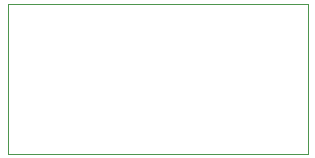
<source format=gbr>
%TF.GenerationSoftware,KiCad,Pcbnew,5.1.9+dfsg1-1*%
%TF.CreationDate,2021-09-16T09:21:50+02:00*%
%TF.ProjectId,switch,73776974-6368-42e6-9b69-6361645f7063,rev?*%
%TF.SameCoordinates,Original*%
%TF.FileFunction,Profile,NP*%
%FSLAX46Y46*%
G04 Gerber Fmt 4.6, Leading zero omitted, Abs format (unit mm)*
G04 Created by KiCad (PCBNEW 5.1.9+dfsg1-1) date 2021-09-16 09:21:50*
%MOMM*%
%LPD*%
G01*
G04 APERTURE LIST*
%TA.AperFunction,Profile*%
%ADD10C,0.050000*%
%TD*%
G04 APERTURE END LIST*
D10*
X133350000Y-82550000D02*
X133350000Y-95250000D01*
X158750000Y-95250000D02*
X158750000Y-82550000D01*
X133350000Y-82550000D02*
X158750000Y-82550000D01*
X133350000Y-95250000D02*
X158750000Y-95250000D01*
M02*

</source>
